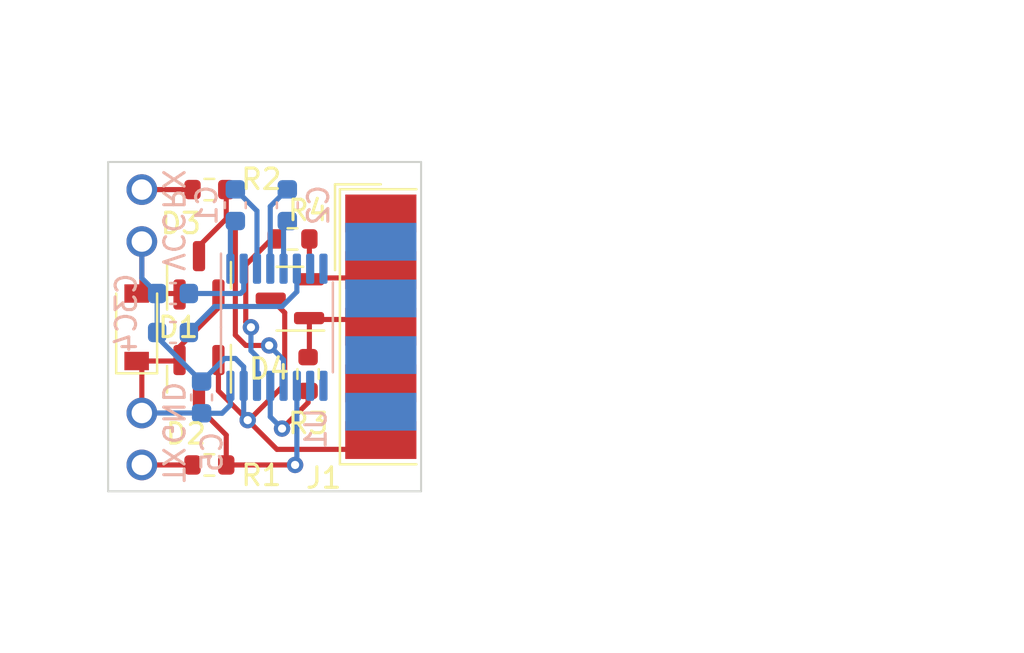
<source format=kicad_pcb>
(kicad_pcb (version 20211014) (generator pcbnew)
  (title_block (title "RS232-TTL Converter") (date "2025-06-18") (rev "R0.0") (company "MSC") (comment 1 "Designed by C.P"))
  (layers (0 "F.Cu" signal) (31 "B.Cu" signal) (34 "B.Paste" user) (35 "F.Paste" user) (36 "B.SilkS" user "B.Silkscreen") (37 "F.SilkS" user "F.Silkscreen") (38 "B.Mask" user) (39 "F.Mask" user) (44 "Edge.Cuts" user))
  (net 0 "")
  (net 1 "Net-(C1-Pad1)")
  (net 2 "Net-(C1-Pad2)")
  (net 3 "Net-(C2-Pad1)")
  (net 4 "Net-(C2-Pad2)")
  (net 5 "Net-(C3-Pad1)")
  (net 6 "GND")
  (net 7 "Net-(C4-Pad1)")
  (net 8 "VCC")
  (net 9 "Device TX")
  (net 10 "Device RX")
  (net 11 "Net-(D4-Pad1)")
  (net 12 "Net-(D4-Pad2)")
  (net 19 "Host TX")
  (net 20 "Host RX")
  (net 25 "/TX")
  (net 26 "/RX")
  (footprint "Through_Hole_Pads:Through_Hole_Pad_1.5mm" (layer "F.Cu") (at 155.448 108.712)
    (fp_text reference "TX" (at 1.524 0 270 unlocked) (layer "B.SilkS") (effects (justify mirror)))
    (fp_text value "MountingHole_Pad")
    (pad "1" thru_hole circle (at 0 0) (size 1.5 1.5) (drill 1) (layers *.Cu *.Mask) (net 25 "/TX"))
  )
  (footprint "Resistor_SMD:R_0603_1608Metric" (layer "F.Cu") (at 158.75 95.25)
    (fp_text reference "R2" (at 2.54 -0.508) (layer "F.SilkS"))
    (fp_text value "330R")
    (fp_line (start -0.237258 0.5225) (end 0.237258 0.5225) (layer "F.SilkS") (width 0.12))
    (fp_line (start -0.237258 -0.5225) (end 0.237258 -0.5225) (layer "F.SilkS") (width 0.12))
    (pad "1" smd roundrect locked (at -0.825 0) (size 0.8 0.95) (layers "F.Cu" "F.Paste" "F.Mask") (net 26 "/RX"))
    (pad "2" smd roundrect locked (at 0.825 0) (size 0.8 0.95) (layers "F.Cu" "F.Paste" "F.Mask") (net 10 "Device RX"))
  )
  (footprint "Through_Hole_Pads:Through_Hole_Pad_1.5mm" (layer "F.Cu") (at 155.448 106.172)
    (fp_text reference "GND" (at 1.524 0 270 unlocked) (layer "B.SilkS") (effects (justify mirror)))
    (fp_text value "MountingHole_Pad")
    (pad "1" thru_hole circle (at 0 0) (size 1.5 1.5) (drill 1) (layers *.Cu *.Mask) (net 8 "VCC"))
  )
  (footprint "Package_TO_SOT_SMD:SOT-23" (layer "F.Cu") (at 158.242 99.441 90)
    (fp_text reference "D3" (at 2.54 -0.889 180) (layer "F.SilkS"))
    (fp_text value "BAT54S")
    (fp_line (start 0 -1.56) (end 0.65 -1.56) (layer "F.SilkS") (width 0.12))
    (fp_line (start 0 1.56) (end -0.65 1.56) (layer "F.SilkS") (width 0.12))
    (fp_line (start 0 1.56) (end 0.65 1.56) (layer "F.SilkS") (width 0.12))
    (fp_line (start 0 -1.56) (end -1.675 -1.56) (layer "F.SilkS") (width 0.12))
    (pad "1" smd roundrect locked (at -0.9375 -0.95 90) (size 1.475 0.6) (layers "F.Cu" "F.Paste" "F.Mask") (net 6 "GND"))
    (pad "2" smd roundrect locked (at -0.9375 0.95 90) (size 1.475 0.6) (layers "F.Cu" "F.Paste" "F.Mask") (net 8 "VCC"))
    (pad "3" smd roundrect locked (at 0.9375 0 90) (size 1.475 0.6) (layers "F.Cu" "F.Paste" "F.Mask") (net 10 "Device RX"))
  )
  (footprint "Diode_SMD:D_SOD-123" (layer "F.Cu") (at 155.194 101.981 90)
    (fp_text reference "D1" (at 0 2.032) (layer "F.SilkS"))
    (fp_text value "MBR0520")
    (fp_line (start -2.25 -1) (end -2.25 1) (layer "F.SilkS") (width 0.12))
    (fp_line (start -2.25 -1) (end 1.65 -1) (layer "F.SilkS") (width 0.12))
    (fp_line (start -2.25 1) (end 1.65 1) (layer "F.SilkS") (width 0.12))
    (pad "1" smd rect locked (at -1.65 0 90) (size 0.9 1.2) (layers "F.Cu" "F.Paste" "F.Mask") (net 8 "VCC"))
    (pad "2" smd rect locked (at 1.65 0 90) (size 0.9 1.2) (layers "F.Cu" "F.Paste" "F.Mask") (net 6 "GND"))
  )
  (footprint "Connector_Dsub:DSUB-9_Female_EdgeMount_P2.77mm" (layer "F.Cu") (at 167.132 101.9556 90)
    (fp_text reference "J1" (at -7.3914 -2.794 180) (layer "F.SilkS"))
    (fp_text value "DB9_Female")
    (fp_line (start 6.723333 1.74) (end 6.723333 -2) (layer "F.SilkS") (width 0.12))
    (fp_line (start -6.723333 -2) (end -6.723333 1.74) (layer "F.SilkS") (width 0.12))
    (fp_line (start 6.723333 -2) (end -6.723333 -2) (layer "F.SilkS") (width 0.12))
    (fp_line (start 6.963333 -2.24) (end 2.77 -2.24) (layer "F.SilkS") (width 0.12))
    (fp_line (start 6.963333 0) (end 6.963333 -2.24) (layer "F.SilkS") (width 0.12))
    (pad "1" smd rect locked (at 5.54 0 90) (size 1.846667 3.48) (layers "F.Cu" "F.Paste" "F.Mask"))
    (pad "2" smd rect locked (at 2.77 0 90) (size 1.846667 3.48) (layers "F.Cu" "F.Paste" "F.Mask") (net 12 "Net-(D4-Pad2)"))
    (pad "3" smd rect locked (at 0 0 90) (size 1.846667 3.48) (layers "F.Cu" "F.Paste" "F.Mask") (net 11 "Net-(D4-Pad1)"))
    (pad "4" smd rect locked (at -2.77 0 90) (size 1.846667 3.48) (layers "F.Cu" "F.Paste" "F.Mask"))
    (pad "5" smd rect locked (at -5.54 0 90) (size 1.846667 3.48) (layers "F.Cu" "F.Paste" "F.Mask") (net 6 "GND"))
    (pad "6" smd rect locked (at 4.155 0 90) (size 1.846667 3.48) (layers "B.Cu" "B.Paste" "B.Mask"))
    (pad "7" smd rect locked (at 1.385 0 90) (size 1.846667 3.48) (layers "B.Cu" "B.Paste" "B.Mask"))
    (pad "8" smd rect locked (at -1.385 0 90) (size 1.846667 3.48) (layers "B.Cu" "B.Paste" "B.Mask"))
    (pad "9" smd rect locked (at -4.155 0 90) (size 1.846667 3.48) (layers "B.Cu" "B.Paste" "B.Mask"))
  )
  (footprint "Resistor_SMD:R_0603_1608Metric" (layer "F.Cu") (at 158.75 108.712)
    (fp_text reference "R1" (at 2.54 0.508) (layer "F.SilkS"))
    (fp_text value "330R")
    (fp_line (start -0.237258 -0.5225) (end 0.237258 -0.5225) (layer "F.SilkS") (width 0.12))
    (fp_line (start -0.237258 0.5225) (end 0.237258 0.5225) (layer "F.SilkS") (width 0.12))
    (pad "1" smd roundrect locked (at -0.825 0) (size 0.8 0.95) (layers "F.Cu" "F.Paste" "F.Mask") (net 25 "/TX"))
    (pad "2" smd roundrect locked (at 0.825 0) (size 0.8 0.95) (layers "F.Cu" "F.Paste" "F.Mask") (net 9 "Device TX"))
  )
  (footprint "Resistor_SMD:R_0603_1608Metric" (layer "F.Cu") (at 162.814 97.663)
    (fp_text reference "R4" (at 0.762 -1.397) (layer "F.SilkS"))
    (fp_text value "330R")
    (fp_line (start -0.237258 0.5225) (end 0.237258 0.5225) (layer "F.SilkS") (width 0.12))
    (fp_line (start -0.237258 -0.5225) (end 0.237258 -0.5225) (layer "F.SilkS") (width 0.12))
    (pad "1" smd roundrect locked (at -0.825 0) (size 0.8 0.95) (layers "F.Cu" "F.Paste" "F.Mask") (net 20 "Host RX"))
    (pad "2" smd roundrect locked (at 0.825 0) (size 0.8 0.95) (layers "F.Cu" "F.Paste" "F.Mask") (net 12 "Net-(D4-Pad2)"))
  )
  (footprint "Through_Hole_Pads:Through_Hole_Pad_1.5mm" (layer "F.Cu") (at 155.448 95.25)
    (fp_text reference "RX" (at 1.524 0 270 unlocked) (layer "B.SilkS") (effects (justify mirror)))
    (fp_text value "MountingHole_Pad")
    (pad "1" thru_hole circle (at 0 0) (size 1.5 1.5) (drill 1) (layers *.Cu *.Mask) (net 26 "/RX"))
  )
  (footprint "Resistor_SMD:R_0603_1608Metric" (layer "F.Cu") (at 163.576 104.267 90)
    (fp_text reference "R3" (at -2.413 0 180) (layer "F.SilkS"))
    (fp_text value "330R")
    (fp_line (start -0.237258 -0.5225) (end 0.237258 -0.5225) (layer "F.SilkS") (width 0.12))
    (fp_line (start -0.237258 0.5225) (end 0.237258 0.5225) (layer "F.SilkS") (width 0.12))
    (pad "1" smd roundrect locked (at -0.825 0 90) (size 0.8 0.95) (layers "F.Cu" "F.Paste" "F.Mask") (net 19 "Host TX"))
    (pad "2" smd roundrect locked (at 0.825 0 90) (size 0.8 0.95) (layers "F.Cu" "F.Paste" "F.Mask") (net 11 "Net-(D4-Pad1)"))
  )
  (footprint "Package_TO_SOT_SMD:SOT-23" (layer "F.Cu") (at 162.687 100.584 180)
    (fp_text reference "D4" (at 1.016 -3.429 180) (layer "F.SilkS"))
    (fp_text value "SM712_SOT23")
    (fp_line (start 0 -1.56) (end 0.65 -1.56) (layer "F.SilkS") (width 0.12))
    (fp_line (start 0 -1.56) (end -1.675 -1.56) (layer "F.SilkS") (width 0.12))
    (fp_line (start 0 1.56) (end 0.65 1.56) (layer "F.SilkS") (width 0.12))
    (fp_line (start 0 1.56) (end -0.65 1.56) (layer "F.SilkS") (width 0.12))
    (pad "1" smd roundrect locked (at -0.9375 -0.95 180) (size 1.475 0.6) (layers "F.Cu" "F.Paste" "F.Mask") (net 11 "Net-(D4-Pad1)"))
    (pad "2" smd roundrect locked (at -0.9375 0.95 180) (size 1.475 0.6) (layers "F.Cu" "F.Paste" "F.Mask") (net 12 "Net-(D4-Pad2)"))
    (pad "3" smd roundrect locked (at 0.9375 0 180) (size 1.475 0.6) (layers "F.Cu" "F.Paste" "F.Mask") (net 6 "GND"))
  )
  (footprint "Through_Hole_Pads:Through_Hole_Pad_1.5mm" (layer "F.Cu") (at 155.448 97.79 180)
    (fp_text reference "VCC" (at -1.524 0 270 unlocked) (layer "B.SilkS") (effects (justify mirror)))
    (fp_text value "MountingHole_Pad")
    (pad "1" thru_hole circle (at 0 0 180) (size 1.5 1.5) (drill 1) (layers *.Cu *.Mask) (net 6 "GND"))
  )
  (footprint "Package_TO_SOT_SMD:SOT-23" (layer "F.Cu") (at 158.242 104.521 -90)
    (fp_text reference "D2" (at 2.667 0.635) (layer "F.SilkS"))
    (fp_text value "BAT54S")
    (fp_line (start 0 1.56) (end -0.65 1.56) (layer "F.SilkS") (width 0.12))
    (fp_line (start 0 -1.56) (end -1.675 -1.56) (layer "F.SilkS") (width 0.12))
    (fp_line (start 0 1.56) (end 0.65 1.56) (layer "F.SilkS") (width 0.12))
    (fp_line (start 0 -1.56) (end 0.65 -1.56) (layer "F.SilkS") (width 0.12))
    (pad "1" smd roundrect locked (at -0.9375 -0.95 270) (size 1.475 0.6) (layers "F.Cu" "F.Paste" "F.Mask") (net 6 "GND"))
    (pad "2" smd roundrect locked (at -0.9375 0.95 270) (size 1.475 0.6) (layers "F.Cu" "F.Paste" "F.Mask") (net 8 "VCC"))
    (pad "3" smd roundrect locked (at 0.9375 0 270) (size 1.475 0.6) (layers "F.Cu" "F.Paste" "F.Mask") (net 9 "Device TX"))
  )
  (footprint "Capacitor_SMD:C_0603_1608Metric" (layer "B.Cu") (at 158.369 105.41 -90)
    (fp_text reference "C5" (at 2.667 -0.508 -90) (layer "B.SilkS") (effects (justify mirror)))
    (fp_text value "0.1uF")
    (fp_line (start -0.14058 0.51) (end 0.14058 0.51) (layer "B.SilkS") (width 0.12))
    (fp_line (start -0.14058 -0.51) (end 0.14058 -0.51) (layer "B.SilkS") (width 0.12))
    (pad "1" smd roundrect locked (at -0.775 0 270) (size 0.9 0.95) (layers "B.Cu" "B.Paste" "B.Mask") (net 6 "GND"))
    (pad "2" smd roundrect locked (at 0.775 0 270) (size 0.9 0.95) (layers "B.Cu" "B.Paste" "B.Mask") (net 8 "VCC"))
  )
  (footprint "Capacitor_SMD:C_0603_1608Metric" (layer "B.Cu") (at 162.56 96.012 -90)
    (fp_text reference "C2" (at 0 -1.524 -90) (layer "B.SilkS") (effects (justify mirror)))
    (fp_text value "0.47uF")
    (fp_line (start -0.14058 0.51) (end 0.14058 0.51) (layer "B.SilkS") (width 0.12))
    (fp_line (start -0.14058 -0.51) (end 0.14058 -0.51) (layer "B.SilkS") (width 0.12))
    (pad "1" smd roundrect locked (at -0.775 0 270) (size 0.9 0.95) (layers "B.Cu" "B.Paste" "B.Mask") (net 3 "Net-(C2-Pad1)"))
    (pad "2" smd roundrect locked (at 0.775 0 270) (size 0.9 0.95) (layers "B.Cu" "B.Paste" "B.Mask") (net 4 "Net-(C2-Pad2)"))
  )
  (footprint "Capacitor_SMD:C_0603_1608Metric" (layer "B.Cu") (at 160.02 96.012 90)
    (fp_text reference "C1" (at 0 -1.397 270) (layer "B.SilkS") (effects (justify mirror)))
    (fp_text value "0.1uF")
    (fp_line (start -0.14058 -0.51) (end 0.14058 -0.51) (layer "B.SilkS") (width 0.12))
    (fp_line (start -0.14058 0.51) (end 0.14058 0.51) (layer "B.SilkS") (width 0.12))
    (pad "1" smd roundrect locked (at -0.775 0 90) (size 0.9 0.95) (layers "B.Cu" "B.Paste" "B.Mask") (net 1 "Net-(C1-Pad1)"))
    (pad "2" smd roundrect locked (at 0.775 0 90) (size 0.9 0.95) (layers "B.Cu" "B.Paste" "B.Mask") (net 2 "Net-(C1-Pad2)"))
  )
  (footprint "Capacitor_SMD:C_0603_1608Metric" (layer "B.Cu") (at 156.972 102.235 180)
    (fp_text reference "C4" (at 2.286 0 90) (layer "B.SilkS") (effects (justify mirror)))
    (fp_text value "0.47uF")
    (fp_line (start -0.14058 -0.51) (end 0.14058 -0.51) (layer "B.SilkS") (width 0.12))
    (fp_line (start -0.14058 0.51) (end 0.14058 0.51) (layer "B.SilkS") (width 0.12))
    (pad "1" smd roundrect locked (at -0.775 0 180) (size 0.9 0.95) (layers "B.Cu" "B.Paste" "B.Mask") (net 7 "Net-(C4-Pad1)"))
    (pad "2" smd roundrect locked (at 0.775 0 180) (size 0.9 0.95) (layers "B.Cu" "B.Paste" "B.Mask") (net 6 "GND"))
  )
  (footprint "Capacitor_SMD:C_0603_1608Metric" (layer "B.Cu") (at 156.972 100.33 180)
    (fp_text reference "C3" (at 2.286 0 90) (layer "B.SilkS") (effects (justify mirror)))
    (fp_text value "0.47uF")
    (fp_line (start -0.14058 0.51) (end 0.14058 0.51) (layer "B.SilkS") (width 0.12))
    (fp_line (start -0.14058 -0.51) (end 0.14058 -0.51) (layer "B.SilkS") (width 0.12))
    (pad "1" smd roundrect locked (at -0.775 0 180) (size 0.9 0.95) (layers "B.Cu" "B.Paste" "B.Mask") (net 5 "Net-(C3-Pad1)"))
    (pad "2" smd roundrect locked (at 0.775 0 180) (size 0.9 0.95) (layers "B.Cu" "B.Paste" "B.Mask") (net 6 "GND"))
  )
  (footprint "Package_SO:TSSOP-16_4.4x5mm_P0.65mm" (layer "B.Cu") (at 162.052 101.981 -90)
    (fp_text reference "U1" (at 4.953 -1.905 -90) (layer "B.SilkS") (effects (justify mirror)))
    (fp_text value "MAX3232")
    (fp_line (start 0 2.735) (end 2.2 2.735) (layer "B.SilkS") (width 0.12))
    (fp_line (start 0 -2.735) (end -2.2 -2.735) (layer "B.SilkS") (width 0.12))
    (fp_line (start 0 2.735) (end -3.6 2.735) (layer "B.SilkS") (width 0.12))
    (fp_line (start 0 -2.735) (end 2.2 -2.735) (layer "B.SilkS") (width 0.12))
    (pad "1" smd roundrect locked (at -2.8625 2.275 270) (size 1.475 0.4) (layers "B.Cu" "B.Paste" "B.Mask") (net 1 "Net-(C1-Pad1)"))
    (pad "2" smd roundrect locked (at -2.8625 1.625 270) (size 1.475 0.4) (layers "B.Cu" "B.Paste" "B.Mask") (net 5 "Net-(C3-Pad1)"))
    (pad "3" smd roundrect locked (at -2.8625 0.975 270) (size 1.475 0.4) (layers "B.Cu" "B.Paste" "B.Mask") (net 2 "Net-(C1-Pad2)"))
    (pad "4" smd roundrect locked (at -2.8625 0.325 270) (size 1.475 0.4) (layers "B.Cu" "B.Paste" "B.Mask") (net 3 "Net-(C2-Pad1)"))
    (pad "5" smd roundrect locked (at -2.8625 -0.325 270) (size 1.475 0.4) (layers "B.Cu" "B.Paste" "B.Mask") (net 4 "Net-(C2-Pad2)"))
    (pad "6" smd roundrect locked (at -2.8625 -0.975 270) (size 1.475 0.4) (layers "B.Cu" "B.Paste" "B.Mask") (net 7 "Net-(C4-Pad1)"))
    (pad "7" smd roundrect locked (at -2.8625 -1.625 270) (size 1.475 0.4) (layers "B.Cu" "B.Paste" "B.Mask"))
    (pad "8" smd roundrect locked (at -2.8625 -2.275 270) (size 1.475 0.4) (layers "B.Cu" "B.Paste" "B.Mask"))
    (pad "9" smd roundrect locked (at 2.8625 -2.275 270) (size 1.475 0.4) (layers "B.Cu" "B.Paste" "B.Mask"))
    (pad "10" smd roundrect locked (at 2.8625 -1.625 270) (size 1.475 0.4) (layers "B.Cu" "B.Paste" "B.Mask"))
    (pad "11" smd roundrect locked (at 2.8625 -0.975 270) (size 1.475 0.4) (layers "B.Cu" "B.Paste" "B.Mask") (net 9 "Device TX"))
    (pad "12" smd roundrect locked (at 2.8625 -0.325 270) (size 1.475 0.4) (layers "B.Cu" "B.Paste" "B.Mask") (net 10 "Device RX"))
    (pad "13" smd roundrect locked (at 2.8625 0.325 270) (size 1.475 0.4) (layers "B.Cu" "B.Paste" "B.Mask") (net 19 "Host TX"))
    (pad "14" smd roundrect locked (at 2.8625 0.975 270) (size 1.475 0.4) (layers "B.Cu" "B.Paste" "B.Mask") (net 20 "Host RX"))
    (pad "15" smd roundrect locked (at 2.8625 1.625 270) (size 1.475 0.4) (layers "B.Cu" "B.Paste" "B.Mask") (net 6 "GND"))
    (pad "16" smd roundrect locked (at 2.8625 2.275 270) (size 1.475 0.4) (layers "B.Cu" "B.Paste" "B.Mask") (net 8 "VCC"))
  )
  (gr_line (start 169.1 110) (end 153.8 110) (layer "Edge.Cuts") (width 0.1))
  (gr_line (start 153.8 93.9) (end 169.1 93.9) (layer "Edge.Cuts") (width 0.1))
  (gr_line (start 169.1 93.9) (end 169.1 110) (layer "Edge.Cuts") (width 0.1))
  (gr_line (start 153.8 110) (end 153.8 93.9) (layer "Edge.Cuts") (width 0.1))
  (segment (start 159.777 99.1185) (end 159.777 97.03) (width 0.25) (layer "B.Cu") (net 1))
  (segment (start 159.777 97.03) (end 160.02 96.787) (width 0.25) (layer "B.Cu") (net 1))
  (segment (start 161.077 96.294) (end 160.02 95.237) (width 0.25) (layer "B.Cu") (net 2))
  (segment (start 161.077 99.1185) (end 161.077 96.294) (width 0.25) (layer "B.Cu") (net 2))
  (segment (start 161.727 96.07) (end 162.56 95.237) (width 0.25) (layer "B.Cu") (net 3))
  (segment (start 161.727 99.1185) (end 161.727 96.07) (width 0.25) (layer "B.Cu") (net 3))
  (segment (start 162.377 99.1185) (end 162.377 96.97) (width 0.25) (layer "B.Cu") (net 4))
  (segment (start 162.377 96.97) (end 162.56 96.787) (width 0.25) (layer "B.Cu") (net 4))
  (segment (start 160.427 99.1185) (end 160.427 100.177) (width 0.25) (layer "B.Cu") (net 5))
  (segment (start 160.427 100.177) (end 160.274 100.33) (width 0.25) (layer "B.Cu") (net 5))
  (segment (start 160.274 100.33) (end 157.747 100.33) (width 0.25) (layer "B.Cu") (net 5))
  (segment (start 162.433 101.2675) (end 162.433 104.775) (width 0.25) (layer "F.Cu") (net 6))
  (segment (start 155.448 100.331) (end 157.2445 100.331) (width 0.25) (layer "F.Cu") (net 6))
  (segment (start 155.448 97.79) (end 155.448 100.331) (width 0.25) (layer "F.Cu") (net 6))
  (segment (start 166.6776 107.95) (end 162.052 107.95) (width 0.25) (layer "F.Cu") (net 6))
  (segment (start 167.132 107.4956) (end 166.6776 107.95) (width 0.25) (layer "F.Cu") (net 6))
  (segment (start 159.192 105.09) (end 160.62325 106.52125) (width 0.25) (layer "F.Cu") (net 6))
  (segment (start 157.2445 100.331) (end 157.292 100.3785) (width 0.25) (layer "F.Cu") (net 6))
  (segment (start 162.433 104.775) (end 160.68675 106.52125) (width 0.25) (layer "F.Cu") (net 6))
  (segment (start 160.68675 106.52125) (end 160.62325 106.52125) (width 0.25) (layer "F.Cu") (net 6))
  (segment (start 159.192 103.5835) (end 159.192 105.09) (width 0.25) (layer "F.Cu") (net 6))
  (segment (start 161.7495 100.584) (end 162.433 101.2675) (width 0.25) (layer "F.Cu") (net 6))
  (segment (start 162.052 107.95) (end 160.62325 106.52125) (width 0.25) (layer "F.Cu") (net 6))
  (via (at 160.62325 106.52125) (size 0.8) (drill 0.4) (layers "F.Cu" "B.Cu") (net 6))
  (segment (start 156.197 102.463) (end 158.369 104.635) (width 0.25) (layer "B.Cu") (net 6))
  (segment (start 156.197 100.33) (end 156.197 102.235) (width 0.25) (layer "B.Cu") (net 6))
  (segment (start 159.499 103.505) (end 158.369 104.635) (width 0.25) (layer "B.Cu") (net 6))
  (segment (start 155.448 99.581) (end 156.197 100.33) (width 0.25) (layer "B.Cu") (net 6))
  (segment (start 160.427 104.8435) (end 160.427 103.912) (width 0.25) (layer "B.Cu") (net 6))
  (segment (start 160.02 103.505) (end 159.499 103.505) (width 0.25) (layer "B.Cu") (net 6))
  (segment (start 160.427 104.8435) (end 160.427 106.325) (width 0.25) (layer "B.Cu") (net 6))
  (segment (start 156.197 102.235) (end 156.197 102.463) (width 0.25) (layer "B.Cu") (net 6))
  (segment (start 160.427 103.912) (end 160.02 103.505) (width 0.25) (layer "B.Cu") (net 6))
  (segment (start 160.427 106.325) (end 160.62325 106.52125) (width 0.25) (layer "B.Cu") (net 6))
  (segment (start 155.448 97.79) (end 155.448 99.581) (width 0.25) (layer "B.Cu") (net 6))
  (segment (start 162.306 100.965) (end 159.004 100.965) (width 0.25) (layer "B.Cu") (net 7))
  (segment (start 159.004 100.965) (end 157.747 102.222) (width 0.25) (layer "B.Cu") (net 7))
  (segment (start 163.027 99.1185) (end 163.027 100.244) (width 0.25) (layer "B.Cu") (net 7))
  (segment (start 157.747 102.222) (end 157.747 102.235) (width 0.25) (layer "B.Cu") (net 7))
  (segment (start 163.027 100.244) (end 162.306 100.965) (width 0.25) (layer "B.Cu") (net 7))
  (segment (start 159.192 101.031) (end 157.292 102.931) (width 0.25) (layer "F.Cu") (net 8))
  (segment (start 155.448 103.631) (end 157.2445 103.631) (width 0.25) (layer "F.Cu") (net 8))
  (segment (start 157.2445 103.631) (end 157.292 103.5835) (width 0.25) (layer "F.Cu") (net 8))
  (segment (start 155.448 103.631) (end 155.448 106.172) (width 0.25) (layer "F.Cu") (net 8))
  (segment (start 157.292 102.931) (end 157.292 103.5835) (width 0.25) (layer "F.Cu") (net 8))
  (segment (start 159.192 100.3785) (end 159.192 101.031) (width 0.25) (layer "F.Cu") (net 8))
  (segment (start 158.356 106.172) (end 155.448 106.172) (width 0.25) (layer "B.Cu") (net 8))
  (segment (start 159.777 105.78) (end 159.372 106.185) (width 0.25) (layer "B.Cu") (net 8))
  (segment (start 159.372 106.185) (end 158.369 106.185) (width 0.25) (layer "B.Cu") (net 8))
  (segment (start 159.777 104.8435) (end 159.777 105.78) (width 0.25) (layer "B.Cu") (net 8))
  (segment (start 158.369 106.185) (end 158.356 106.172) (width 0.25) (layer "B.Cu") (net 8))
  (segment (start 159.575 108.712) (end 162.941 108.712) (width 0.25) (layer "F.Cu") (net 9))
  (segment (start 158.242 105.918) (end 158.242 105.4585) (width 0.25) (layer "F.Cu") (net 9))
  (segment (start 159.575 107.251) (end 158.242 105.918) (width 0.25) (layer "F.Cu") (net 9))
  (segment (start 159.575 108.712) (end 159.575 107.251) (width 0.25) (layer "F.Cu") (net 9))
  (via (at 162.941 108.712) (size 0.8) (drill 0.4) (layers "F.Cu" "B.Cu") (net 9))
  (segment (start 162.941 108.712) (end 163.027 108.626) (width 0.25) (layer "B.Cu") (net 9))
  (segment (start 163.027 108.626) (end 163.027 104.8435) (width 0.25) (layer "B.Cu") (net 9))
  (segment (start 158.242 98.012) (end 159.575 96.679) (width 0.25) (layer "F.Cu") (net 10))
  (segment (start 159.575 96.679) (end 159.575 95.25) (width 0.25) (layer "F.Cu") (net 10))
  (segment (start 160.02 97.124) (end 159.575 96.679) (width 0.25) (layer "F.Cu") (net 10))
  (segment (start 158.242 98.5035) (end 158.242 98.012) (width 0.25) (layer "F.Cu") (net 10))
  (segment (start 160.528 102.87) (end 160.02 102.362) (width 0.25) (layer "F.Cu") (net 10))
  (segment (start 161.671 102.87) (end 160.528 102.87) (width 0.25) (layer "F.Cu") (net 10))
  (segment (start 160.02 102.362) (end 160.02 97.124) (width 0.25) (layer "F.Cu") (net 10))
  (via (at 161.671 102.87) (size 0.8) (drill 0.4) (layers "F.Cu" "B.Cu") (net 10))
  (segment (start 162.377 103.576) (end 162.377 104.8435) (width 0.25) (layer "B.Cu") (net 10))
  (segment (start 161.671 102.87) (end 162.377 103.576) (width 0.25) (layer "B.Cu") (net 10))
  (segment (start 163.639 101.5485) (end 163.6245 101.534) (width 0.25) (layer "F.Cu") (net 11))
  (segment (start 163.6905 101.6) (end 166.7764 101.6) (width 0.25) (layer "F.Cu") (net 11))
  (segment (start 163.6245 101.534) (end 163.6905 101.6) (width 0.25) (layer "F.Cu") (net 11))
  (segment (start 166.7764 101.6) (end 167.132 101.9556) (width 0.25) (layer "F.Cu") (net 11))
  (segment (start 163.639 103.378) (end 163.639 101.5485) (width 0.25) (layer "F.Cu") (net 11))
  (segment (start 163.639 97.663) (end 163.639 99.6195) (width 0.25) (layer "F.Cu") (net 12))
  (segment (start 163.6905 99.568) (end 166.7496 99.568) (width 0.25) (layer "F.Cu") (net 12))
  (segment (start 166.7496 99.568) (end 167.132 99.1856) (width 0.25) (layer "F.Cu") (net 12))
  (segment (start 163.639 99.6195) (end 163.6245 99.634) (width 0.25) (layer "F.Cu") (net 12))
  (segment (start 163.6245 99.634) (end 163.6905 99.568) (width 0.25) (layer "F.Cu") (net 12))
  (segment (start 163.576 105.092) (end 163.576 105.664) (width 0.25) (layer "F.Cu") (net 19))
  (segment (start 162.306 106.934) (end 162.3025 106.934) (width 0.25) (layer "F.Cu") (net 19))
  (segment (start 163.576 105.664) (end 162.306 106.934) (width 0.25) (layer "F.Cu") (net 19))
  (via (at 162.3025 106.934) (size 0.8) (drill 0.4) (layers "F.Cu" "B.Cu") (net 19))
  (segment (start 162.3025 106.934) (end 161.727 106.3585) (width 0.25) (layer "B.Cu") (net 19))
  (segment (start 161.727 106.3585) (end 161.727 104.8435) (width 0.25) (layer "B.Cu") (net 19))
  (segment (start 161.989 97.663) (end 161.798 97.663) (width 0.25) (layer "F.Cu") (net 20))
  (segment (start 160.528 98.933) (end 160.528 101.727) (width 0.25) (layer "F.Cu") (net 20))
  (segment (start 160.528 101.727) (end 160.782 101.981) (width 0.25) (layer "F.Cu") (net 20))
  (segment (start 161.798 97.663) (end 160.528 98.933) (width 0.25) (layer "F.Cu") (net 20))
  (via (at 160.782 101.981) (size 0.8) (drill 0.4) (layers "F.Cu" "B.Cu") (net 20))
  (segment (start 160.782 101.981) (end 160.782 103.124) (width 0.25) (layer "B.Cu") (net 20))
  (segment (start 161.077 103.419) (end 161.077 104.8435) (width 0.25) (layer "B.Cu") (net 20))
  (segment (start 160.782 103.124) (end 161.077 103.419) (width 0.25) (layer "B.Cu") (net 20))
  (segment (start 155.448 108.712) (end 157.925 108.712) (width 0.25) (layer "F.Cu") (net 25))
  (segment (start 155.448 95.25) (end 157.925 95.25) (width 0.25) (layer "F.Cu") (net 26))
)
</source>
